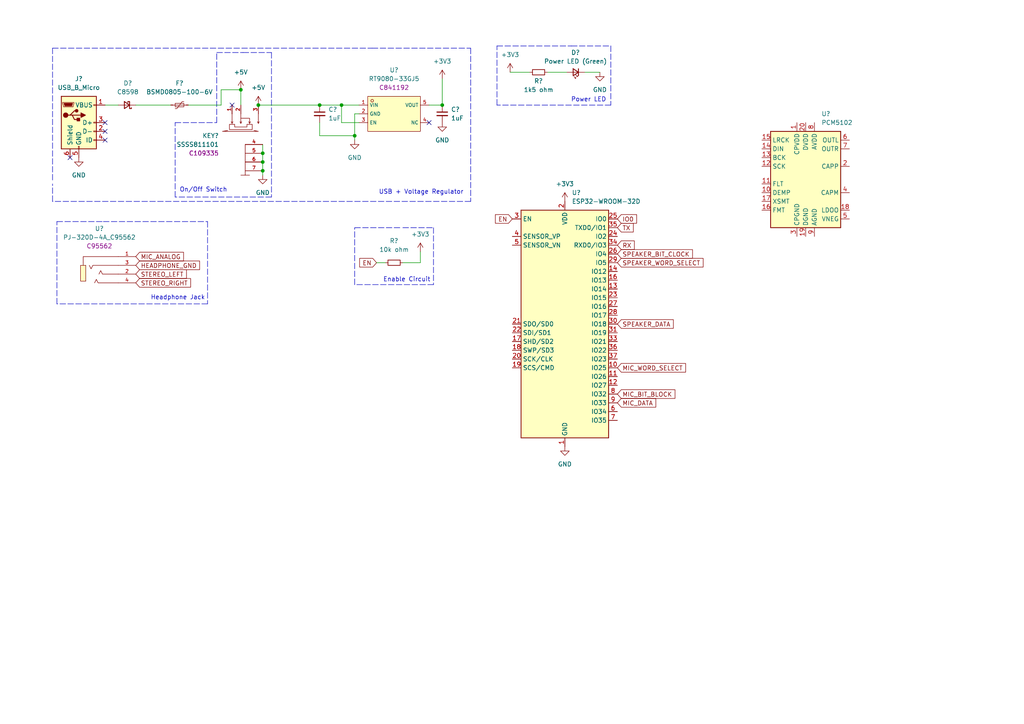
<source format=kicad_sch>
(kicad_sch (version 20211123) (generator eeschema)
  (paper "A4")
  (lib_symbols
    (symbol "Audio:PCM5102"
      (property "Reference" "U" (at -10.16 13.97 0))
      (property "Value" "PCM5102" (at 3.81 13.97 0))
      (symbol "PCM5102_0_1"
        (rectangle (start -10.16 12.7) (end 10.16 -15.24) (stroke (width 0.254)) (fill (type background)))
      )
      (symbol "PCM5102_1_1"
        (pin passive line (at -2.54 15.24 270) (length 2.54) (name "CPVDD") (number "1"))
        (pin input line (at -12.7 -5.08 0) (length 2.54) (name "DEMP") (number "10"))
        (pin input line (at -12.7 -2.54 0) (length 2.54) (name "FLT") (number "11"))
        (pin input line (at -12.7 2.54 0) (length 2.54) (name "SCK") (number "12"))
        (pin input line (at -12.7 5.08 0) (length 2.54) (name "BCK") (number "13"))
        (pin input line (at -12.7 7.62 0) (length 2.54) (name "DIN") (number "14"))
        (pin input line (at -12.7 10.16 0) (length 2.54) (name "LRCK") (number "15"))
        (pin input line (at -12.7 -10.16 0) (length 2.54) (name "FMT") (number "16"))
        (pin input line (at -12.7 -7.62 0) (length 2.54) (name "XSMT") (number "17"))
        (pin passive line (at 12.7 -10.16 180) (length 2.54) (name "LDOO") (number "18"))
        (pin power_in line (at 0 -17.78 90) (length 2.54) (name "DGND") (number "19"))
        (pin passive line (at 12.7 2.54 180) (length 2.54) (name "CAPP") (number "2"))
        (pin power_in line (at 0 15.24 270) (length 2.54) (name "DVDD") (number "20"))
        (pin power_in line (at -2.54 -17.78 90) (length 2.54) (name "CPGND") (number "3"))
        (pin passive line (at 12.7 -5.08 180) (length 2.54) (name "CAPM") (number "4"))
        (pin passive line (at 12.7 -12.7 180) (length 2.54) (name "VNEG") (number "5"))
        (pin output line (at 12.7 10.16 180) (length 2.54) (name "OUTL") (number "6"))
        (pin output line (at 12.7 7.62 180) (length 2.54) (name "OUTR") (number "7"))
        (pin power_in line (at 2.54 15.24 270) (length 2.54) (name "AVDD") (number "8"))
        (pin power_in line (at 2.54 -17.78 90) (length 2.54) (name "AGND") (number "9"))
      )
    )
    (symbol "Connector:USB_B_Micro" (pin_names (offset 1.016))
      (property "Reference" "J" (at -5.08 11.43 0))
      (property "Value" "USB_B_Micro" (at -5.08 8.89 0))
      (symbol "USB_B_Micro_0_1"
        (rectangle (start -5.08 -7.62) (end 5.08 7.62) (stroke (width 0.254)) (fill (type background)))
        (circle (center -3.81 2.159) (radius 0.635) (stroke (width 0.254)) (fill (type outline)))
        (circle (center -0.635 3.429) (radius 0.381) (stroke (width 0.254)) (fill (type outline)))
        (rectangle (start -0.127 -7.62) (end 0.127 -6.858))
        (polyline (pts (xy -1.905 2.159) (xy 0.635 2.159)) (stroke (width 0.254)))
        (polyline (pts (xy -3.175 2.159) (xy -2.54 2.159) (xy -1.27 3.429) (xy -0.635 3.429)) (stroke (width 0.254)))
        (polyline (pts (xy -2.54 2.159) (xy -1.905 2.159) (xy -1.27 0.889) (xy 0 0.889)) (stroke (width 0.254)))
        (polyline (pts (xy 0.635 2.794) (xy 0.635 1.524) (xy 1.905 2.159) (xy 0.635 2.794)) (stroke (width 0.254)) (fill (type outline)))
        (polyline (pts (xy -4.318 5.588) (xy -1.778 5.588) (xy -2.032 4.826) (xy -4.064 4.826) (xy -4.318 5.588)) (fill (type outline)))
        (polyline (pts (xy -4.699 5.842) (xy -4.699 5.588) (xy -4.445 4.826) (xy -4.445 4.572) (xy -1.651 4.572) (xy -1.651 4.826) (xy -1.397 5.588) (xy -1.397 5.842) (xy -4.699 5.842)))
        (rectangle (start 0.254 1.27) (end -0.508 0.508) (stroke (width 0.254)) (fill (type outline)))
        (rectangle (start 5.08 -5.207) (end 4.318 -4.953))
        (rectangle (start 5.08 -2.667) (end 4.318 -2.413))
        (rectangle (start 5.08 -0.127) (end 4.318 0.127))
        (rectangle (start 5.08 4.953) (end 4.318 5.207))
      )
      (symbol "USB_B_Micro_1_1"
        (pin power_out line (at 7.62 5.08 180) (length 2.54) (name "VBUS") (number "1"))
        (pin bidirectional line (at 7.62 -2.54 180) (length 2.54) (name "D-") (number "2"))
        (pin bidirectional line (at 7.62 0 180) (length 2.54) (name "D+") (number "3"))
        (pin passive line (at 7.62 -5.08 180) (length 2.54) (name "ID") (number "4"))
        (pin power_out line (at 0 -10.16 90) (length 2.54) (name "GND") (number "5"))
        (pin passive line (at -2.54 -10.16 90) (length 2.54) (name "Shield") (number "6"))
      )
    )
    (symbol "Device:C_Small" (pin_numbers hide) (pin_names (offset 0.254) hide)
      (property "Reference" "C" (at 0.254 1.778 0))
      (property "Value" "C_Small" (at 0.254 -2.032 0))
      (symbol "C_Small_0_1"
        (polyline (pts (xy -1.524 -0.508) (xy 1.524 -0.508)) (stroke (width 0.3302)))
        (polyline (pts (xy -1.524 0.508) (xy 1.524 0.508)) (stroke (width 0.3048)))
      )
      (symbol "C_Small_1_1"
        (pin passive line (at 0 2.54 270) (length 2.032) (name "~") (number "1"))
        (pin passive line (at 0 -2.54 90) (length 2.032) (name "~") (number "2"))
      )
    )
    (symbol "Device:D_Schottky_Small" (pin_numbers hide) (pin_names (offset 0.254) hide)
      (property "Reference" "D" (at -1.27 2.032 0))
      (property "Value" "D_Schottky_Small" (at -7.112 -2.032 0))
      (symbol "D_Schottky_Small_0_1"
        (polyline (pts (xy -0.762 0) (xy 0.762 0)))
        (polyline (pts (xy 0.762 -1.016) (xy -0.762 0) (xy 0.762 1.016) (xy 0.762 -1.016)) (stroke (width 0.254)))
        (polyline (pts (xy -1.27 0.762) (xy -1.27 1.016) (xy -0.762 1.016) (xy -0.762 -1.016) (xy -0.254 -1.016) (xy -0.254 -0.762)) (stroke (width 0.254)))
      )
      (symbol "D_Schottky_Small_1_1"
        (pin passive line (at -2.54 0 0) (length 1.778) (name "K") (number "1"))
        (pin passive line (at 2.54 0 180) (length 1.778) (name "A") (number "2"))
      )
    )
    (symbol "Device:LED_Small" (pin_numbers hide) (pin_names (offset 0.254) hide)
      (property "Reference" "D" (at -1.27 3.175 0))
      (property "Value" "LED_Small" (at -4.445 -2.54 0))
      (symbol "LED_Small_0_1"
        (polyline (pts (xy -0.762 -1.016) (xy -0.762 1.016)) (stroke (width 0.254)))
        (polyline (pts (xy 1.016 0) (xy -0.762 0)))
        (polyline (pts (xy 0.762 -1.016) (xy -0.762 0) (xy 0.762 1.016) (xy 0.762 -1.016)) (stroke (width 0.254)))
        (polyline (pts (xy 0 0.762) (xy -0.508 1.27) (xy -0.254 1.27) (xy -0.508 1.27) (xy -0.508 1.016)))
        (polyline (pts (xy 0.508 1.27) (xy 0 1.778) (xy 0.254 1.778) (xy 0 1.778) (xy 0 1.524)))
      )
      (symbol "LED_Small_1_1"
        (pin passive line (at -2.54 0 0) (length 1.778) (name "K") (number "1"))
        (pin passive line (at 2.54 0 180) (length 1.778) (name "A") (number "2"))
      )
    )
    (symbol "Device:Polyfuse_Small" (pin_numbers hide) (pin_names (offset 0))
      (property "Reference" "F" (at -1.905 0 90))
      (property "Value" "Polyfuse_Small" (at 1.905 0 90))
      (symbol "Polyfuse_Small_0_1"
        (rectangle (start -0.508 1.27) (end 0.508 -1.27))
        (polyline (pts (xy 0 2.54) (xy 0 -2.54)))
        (polyline (pts (xy -1.016 1.27) (xy -1.016 0.762) (xy 1.016 -0.762) (xy 1.016 -1.27)))
      )
      (symbol "Polyfuse_Small_1_1"
        (pin passive line (at 0 2.54 270) (length 0.635) (name "~") (number "1"))
        (pin passive line (at 0 -2.54 90) (length 0.635) (name "~") (number "2"))
      )
    )
    (symbol "Device:R_Small" (pin_numbers hide) (pin_names (offset 0.254) hide)
      (property "Reference" "R" (at 0.762 0.508 0))
      (property "Value" "R_Small" (at 0.762 -1.016 0))
      (symbol "R_Small_0_1"
        (rectangle (start -0.762 1.778) (end 0.762 -1.778) (stroke (width 0.2032)))
      )
      (symbol "R_Small_1_1"
        (pin passive line (at 0 2.54 270) (length 0.762) (name "~") (number "1"))
        (pin passive line (at 0 -2.54 90) (length 0.762) (name "~") (number "2"))
      )
    )
    (symbol "RF_Module:ESP32-WROOM-32D"
      (property "Reference" "U" (at -12.7 34.29 0))
      (property "Value" "ESP32-WROOM-32D" (at 1.27 34.29 0))
      (symbol "ESP32-WROOM-32D_0_1"
        (rectangle (start -12.7 33.02) (end 12.7 -33.02) (stroke (width 0.254)) (fill (type background)))
      )
      (symbol "ESP32-WROOM-32D_1_1"
        (pin power_in line (at 0 -35.56 90) (length 2.54) (name "GND") (number "1"))
        (pin bidirectional line (at 15.24 -12.7 180) (length 2.54) (name "IO25") (number "10"))
        (pin bidirectional line (at 15.24 -15.24 180) (length 2.54) (name "IO26") (number "11"))
        (pin bidirectional line (at 15.24 -17.78 180) (length 2.54) (name "IO27") (number "12"))
        (pin bidirectional line (at 15.24 10.16 180) (length 2.54) (name "IO14") (number "13"))
        (pin bidirectional line (at 15.24 15.24 180) (length 2.54) (name "IO12") (number "14"))
        (pin passive line (at 0 -35.56 90) (length 2.54) hide (name "GND") (number "15"))
        (pin bidirectional line (at 15.24 12.7 180) (length 2.54) (name "IO13") (number "16"))
        (pin bidirectional line (at -15.24 -5.08 0) (length 2.54) (name "SHD/SD2") (number "17"))
        (pin bidirectional line (at -15.24 -7.62 0) (length 2.54) (name "SWP/SD3") (number "18"))
        (pin bidirectional line (at -15.24 -12.7 0) (length 2.54) (name "SCS/CMD") (number "19"))
        (pin power_in line (at 0 35.56 270) (length 2.54) (name "VDD") (number "2"))
        (pin bidirectional line (at -15.24 -10.16 0) (length 2.54) (name "SCK/CLK") (number "20"))
        (pin bidirectional line (at -15.24 0 0) (length 2.54) (name "SDO/SD0") (number "21"))
        (pin bidirectional line (at -15.24 -2.54 0) (length 2.54) (name "SDI/SD1") (number "22"))
        (pin bidirectional line (at 15.24 7.62 180) (length 2.54) (name "IO15") (number "23"))
        (pin bidirectional line (at 15.24 25.4 180) (length 2.54) (name "IO2") (number "24"))
        (pin bidirectional line (at 15.24 30.48 180) (length 2.54) (name "IO0") (number "25"))
        (pin bidirectional line (at 15.24 20.32 180) (length 2.54) (name "IO4") (number "26"))
        (pin bidirectional line (at 15.24 5.08 180) (length 2.54) (name "IO16") (number "27"))
        (pin bidirectional line (at 15.24 2.54 180) (length 2.54) (name "IO17") (number "28"))
        (pin bidirectional line (at 15.24 17.78 180) (length 2.54) (name "IO5") (number "29"))
        (pin input line (at -15.24 30.48 0) (length 2.54) (name "EN") (number "3"))
        (pin bidirectional line (at 15.24 0 180) (length 2.54) (name "IO18") (number "30"))
        (pin bidirectional line (at 15.24 -2.54 180) (length 2.54) (name "IO19") (number "31"))
        (pin no_connect line (at -12.7 -27.94 0) (length 2.54) hide (name "NC") (number "32"))
        (pin bidirectional line (at 15.24 -5.08 180) (length 2.54) (name "IO21") (number "33"))
        (pin bidirectional line (at 15.24 22.86 180) (length 2.54) (name "RXD0/IO3") (number "34"))
        (pin bidirectional line (at 15.24 27.94 180) (length 2.54) (name "TXD0/IO1") (number "35"))
        (pin bidirectional line (at 15.24 -7.62 180) (length 2.54) (name "IO22") (number "36"))
        (pin bidirectional line (at 15.24 -10.16 180) (length 2.54) (name "IO23") (number "37"))
        (pin passive line (at 0 -35.56 90) (length 2.54) hide (name "GND") (number "38"))
        (pin passive line (at 0 -35.56 90) (length 2.54) hide (name "GND") (number "39"))
        (pin input line (at -15.24 25.4 0) (length 2.54) (name "SENSOR_VP") (number "4"))
        (pin input line (at -15.24 22.86 0) (length 2.54) (name "SENSOR_VN") (number "5"))
        (pin input line (at 15.24 -25.4 180) (length 2.54) (name "IO34") (number "6"))
        (pin input line (at 15.24 -27.94 180) (length 2.54) (name "IO35") (number "7"))
        (pin bidirectional line (at 15.24 -20.32 180) (length 2.54) (name "IO32") (number "8"))
        (pin bidirectional line (at 15.24 -22.86 180) (length 2.54) (name "IO33") (number "9"))
      )
    )
    (symbol "pj-320d-4a:PJ-320D-4A_C95562" (pin_names hide)
      (property "Reference" "U" (at 0 1.27 0))
      (property "Value" "PJ-320D-4A_C95562" (at 0 -2.54 0))
      (property "LCSC" "C95562" (at 0 0 0))
      (symbol "PJ-320D-4A_C95562_0_0"
        (rectangle (start -5.842 -20.32) (end -4.318 -24.892) (fill (type background)))
        (polyline (pts (xy 5.08 -17.78) (xy -5.08 -17.78) (xy -5.08 -20.32)))
        (polyline (pts (xy 5.08 -25.4) (xy -0.762 -25.4) (xy -1.27 -24.384) (xy -1.778 -25.4)))
        (polyline (pts (xy 5.08 -22.86) (xy 0.508 -22.86) (xy 0 -21.844) (xy -0.508 -22.86)))
        (polyline (pts (xy 5.08 -20.32) (xy -2.286 -20.32) (xy -2.794 -21.336) (xy -3.302 -20.32)))
        (pin unspecified line (at 10.16 -17.78 180) (length 5.08) (name "1") (number "1"))
        (pin unspecified line (at 10.16 -22.86 180) (length 5.08) (name "2") (number "2"))
        (pin unspecified line (at 10.16 -20.32 180) (length 5.08) (name "3") (number "3"))
        (pin unspecified line (at 10.16 -25.4 180) (length 5.08) (name "4") (number "4"))
      )
    )
    (symbol "power:+3.3V" (power) (pin_names (offset 0))
      (property "Value" "+3.3V" (at 0 3.556 0))
      (symbol "+3.3V_0_1"
        (polyline (pts (xy -0.762 1.27) (xy 0 2.54)))
        (polyline (pts (xy 0 0) (xy 0 2.54)))
        (polyline (pts (xy 0 2.54) (xy 0.762 1.27)))
      )
      (symbol "+3.3V_1_1"
        (pin power_in line (at 0 0 90) (length 0) hide (name "+3V3") (number "1"))
      )
    )
    (symbol "power:+5V" (power) (pin_names (offset 0))
      (property "Value" "+5V" (at 0 3.556 0))
      (symbol "+5V_0_1"
        (polyline (pts (xy -0.762 1.27) (xy 0 2.54)))
        (polyline (pts (xy 0 0) (xy 0 2.54)))
        (polyline (pts (xy 0 2.54) (xy 0.762 1.27)))
      )
      (symbol "+5V_1_1"
        (pin power_in line (at 0 0 90) (length 0) hide (name "+5V") (number "1"))
      )
    )
    (symbol "power:GND" (power) (pin_names (offset 0))
      (property "Value" "GND" (at 0 -3.81 0))
      (symbol "GND_0_1"
        (polyline (pts (xy 0 0) (xy 0 -1.27) (xy 1.27 -1.27) (xy 0 -2.54) (xy -1.27 -1.27) (xy 0 -1.27)))
      )
      (symbol "GND_1_1"
        (pin power_in line (at 0 0 270) (length 0) hide (name "GND") (number "1"))
      )
    )
    (symbol "rt9080-33gj5:RT9080-33GJ5"
      (property "Reference" "U" (at 0 1.27 0))
      (property "Value" "RT9080-33GJ5" (at 0 -2.54 0))
      (property "LCSC" "C841192" (at 0 0 0))
      (symbol "RT9080-33GJ5_0_0"
        (rectangle (start -7.62 -7.62) (end 7.62 -17.78) (fill (type background)))
        (circle (center -6.35 -8.89) (radius 0.381) (fill (type background)))
        (pin unspecified line (at -10.16 -10.16 0) (length 2.54) (name "VIN") (number "1"))
        (pin unspecified line (at -10.16 -12.7 0) (length 2.54) (name "GND") (number "2"))
        (pin unspecified line (at -10.16 -15.24 0) (length 2.54) (name "EN") (number "3"))
        (pin unspecified line (at 10.16 -15.24 180) (length 2.54) (name "NC") (number "4"))
        (pin unspecified line (at 10.16 -10.16 180) (length 2.54) (name "VOUT") (number "5"))
      )
    )
    (symbol "ssss811101:SSSS811101" (pin_names hide)
      (property "Reference" "KEY" (at 0 1.27 0))
      (property "Value" "SSSS811101" (at 0 -2.54 0))
      (property "LCSC" "C109335" (at 0 0 0))
      (symbol "SSSS811101_0_0"
        (polyline (pts (xy -3.81 -11.684) (xy -4.064 -11.176)))
        (polyline (pts (xy -3.81 -11.684) (xy -3.556 -11.176)))
        (polyline (pts (xy -3.81 -8.89) (xy -3.81 -11.43)))
        (polyline (pts (xy -1.27 -26.67) (xy 1.27 -26.67)))
        (polyline (pts (xy -1.27 -11.684) (xy -1.524 -11.176)))
        (polyline (pts (xy -1.27 -11.684) (xy -1.016 -11.176)))
        (polyline (pts (xy -1.27 -8.89) (xy -1.27 -11.43)))
        (polyline (pts (xy 0 -17.78) (xy 0 -26.67)))
        (polyline (pts (xy 1.27 -11.684) (xy 1.016 -11.176)))
        (polyline (pts (xy 1.27 -11.684) (xy 1.524 -11.176)))
        (polyline (pts (xy 3.81 -11.684) (xy 3.556 -11.176)))
        (polyline (pts (xy 3.81 -11.684) (xy 4.064 -11.176)))
        (polyline (pts (xy 3.81 -8.89) (xy 3.81 -11.43)))
        (polyline (pts (xy -1.27 -10.16) (xy 1.27 -10.16) (xy 1.27 -11.43)))
        (polyline (pts (xy 2.54 -13.716) (xy 3.81 -13.97) (xy -6.604 -13.97) (xy -5.08 -13.716)))
        (polyline (pts (xy 2.032 -11.938) (xy 2.032 -13.462) (xy -4.572 -13.462) (xy -4.572 -11.938) (xy -3.048 -11.938) (xy -3.048 -12.7) (xy 0.508 -12.7) (xy 0.508 -11.938) (xy 2.032 -11.938)))
        (pin unspecified line (at -3.81 -6.35 270) (length 2.54) (name "1") (number "1"))
        (pin unspecified line (at -1.27 -6.35 270) (length 2.54) (name "2") (number "2"))
        (pin unspecified line (at 3.81 -6.35 270) (length 2.54) (name "3") (number "3"))
        (pin unspecified line (at 5.08 -17.78 180) (length 5.08) (name "4") (number "4"))
        (pin unspecified line (at 5.08 -20.32 180) (length 5.08) (name "5") (number "5"))
        (pin unspecified line (at 5.08 -22.86 180) (length 5.08) (name "6") (number "6"))
        (pin unspecified line (at 5.08 -25.4 180) (length 5.08) (name "7") (number "7"))
      )
    )
  )
  (junction (at 92.71 30.48))
  (junction (at 76.2 46.99))
  (junction (at 74.93 30.48))
  (junction (at 76.2 44.45))
  (junction (at 69.85 26.035))
  (junction (at 76.2 49.53))
  (junction (at 99.06 30.48))
  (junction (at 102.87 39.37))
  (junction (at 128.27 30.48))
  (no_connect (at 124.46 35.56))
  (no_connect (at 67.31 30.48))
  (no_connect (at 30.48 40.64))
  (no_connect (at 20.32 45.72))
  (no_connect (at 30.48 38.1))
  (no_connect (at 30.48 35.56))
  (wire (pts (xy 76.2 41.91) (xy 76.2 44.45)))
  (wire (pts (xy 102.87 33.02) (xy 102.87 39.37)))
  (polyline (pts (xy 62.865 35.56) (xy 62.865 15.24)))
  (polyline (pts (xy 136.525 58.42) (xy 15.24 58.42)))
  (wire (pts (xy 121.92 76.2) (xy 121.92 73.025)))
  (wire (pts (xy 76.2 49.53) (xy 76.2 50.8)))
  (polyline (pts (xy 107.95 13.97) (xy 136.525 13.97)))
  (wire (pts (xy 76.2 46.99) (xy 76.2 49.53)))
  (wire (pts (xy 99.06 30.48) (xy 99.06 35.56)))
  (wire (pts (xy 76.2 44.45) (xy 76.2 46.99)))
  (polyline (pts (xy 136.525 13.97) (xy 136.525 58.42)))
  (polyline (pts (xy 144.145 30.48) (xy 144.145 13.335)))
  (wire (pts (xy 92.71 35.56) (xy 92.71 39.37)))
  (polyline (pts (xy 60.96 13.97) (xy 107.95 13.97)))
  (wire (pts (xy 74.93 30.48) (xy 92.71 30.48)))
  (polyline (pts (xy 50.8 57.15) (xy 50.8 35.56)))
  (polyline (pts (xy 15.24 58.42) (xy 15.24 53.34)))
  (wire (pts (xy 64.135 30.48) (xy 64.135 26.035)))
  (wire (pts (xy 147.955 20.955) (xy 153.67 20.955)))
  (polyline (pts (xy 16.51 64.262) (xy 29.972 64.262)))
  (wire (pts (xy 169.545 20.955) (xy 173.99 20.955)))
  (wire (pts (xy 102.87 39.37) (xy 102.87 40.64)))
  (polyline (pts (xy 102.87 82.55) (xy 102.87 66.04)))
  (wire (pts (xy 109.22 76.2) (xy 111.76 76.2)))
  (polyline (pts (xy 125.73 82.55) (xy 102.87 82.55)))
  (polyline (pts (xy 62.865 15.24) (xy 70.485 15.24)))
  (wire (pts (xy 99.06 35.56) (xy 104.14 35.56)))
  (wire (pts (xy 104.14 33.02) (xy 102.87 33.02)))
  (wire (pts (xy 92.71 30.48) (xy 99.06 30.48)))
  (wire (pts (xy 54.61 30.48) (xy 64.135 30.48)))
  (wire (pts (xy 30.48 30.48) (xy 34.29 30.48)))
  (polyline (pts (xy 177.165 13.335) (xy 177.165 30.48)))
  (polyline (pts (xy 50.8 35.56) (xy 62.865 35.56)))
  (polyline (pts (xy 102.87 66.04) (xy 116.205 66.04)))
  (wire (pts (xy 116.84 76.2) (xy 121.92 76.2)))
  (wire (pts (xy 39.37 30.48) (xy 49.53 30.48)))
  (wire (pts (xy 124.46 30.48) (xy 128.27 30.48)))
  (polyline (pts (xy 15.24 13.97) (xy 15.24 52.705)))
  (wire (pts (xy 158.75 20.955) (xy 164.465 20.955)))
  (wire (pts (xy 99.06 30.48) (xy 104.14 30.48)))
  (polyline (pts (xy 165.735 13.335) (xy 177.165 13.335)))
  (polyline (pts (xy 70.485 15.24) (xy 78.74 15.24)))
  (polyline (pts (xy 29.972 64.262) (xy 60.198 64.262)))
  (polyline (pts (xy 60.198 88.138) (xy 16.51 88.138)))
  (polyline (pts (xy 16.51 88.138) (xy 16.51 64.262)))
  (polyline (pts (xy 78.74 57.15) (xy 50.8 57.15)))
  (polyline (pts (xy 177.165 30.48) (xy 144.145 30.48)))
  (wire (pts (xy 69.85 26.035) (xy 69.85 30.48)))
  (polyline (pts (xy 116.84 66.04) (xy 125.73 66.04)))
  (polyline (pts (xy 125.73 66.04) (xy 125.73 82.55)))
  (polyline (pts (xy 144.145 13.335) (xy 165.735 13.335)))
  (polyline (pts (xy 60.198 64.262) (xy 60.198 88.138)))
  (polyline (pts (xy 78.74 15.24) (xy 78.74 57.15)))
  (polyline (pts (xy 15.24 13.97) (xy 60.96 13.97)))
  (wire (pts (xy 64.135 26.035) (xy 69.85 26.035)))
  (wire (pts (xy 92.71 39.37) (xy 102.87 39.37)))
  (wire (pts (xy 128.27 22.86) (xy 128.27 30.48)))
  (text "Headphone Jack" (at 43.688 87.122 0) (effects (font (size 1.27 1.27)) (justify left bottom)))
  (text "Power LED" (at 165.608 29.718 0) (effects (font (size 1.27 1.27)) (justify left bottom)))
  (text "On/Off Switch" (at 52.07 55.88 0) (effects (font (size 1.27 1.27)) (justify left bottom)))
  (text "USB + Voltage Regulator" (at 109.855 56.515 0) (effects (font (size 1.27 1.27)) (justify left bottom)))
  (text "Enable Circuit" (at 111.125 81.915 0) (effects (font (size 1.27 1.27)) (justify left bottom)))
  (global_label "SPEAKER_WORD_SELECT" (shape input) (at 179.07 76.2 0) (property "Intersheet References" "${INTERSHEET_REFS}" (effects hide)))
  (global_label "IO0" (shape input) (at 179.07 63.5 0) (property "Intersheet References" "${INTERSHEET_REFS}" (effects hide)))
  (global_label "MIC_WORD_SELECT" (shape input) (at 179.07 106.68 0) (property "Intersheet References" "${INTERSHEET_REFS}" (effects hide)))
  (global_label "SPEAKER_BIT_CLOCK" (shape input) (at 179.07 73.66 0) (property "Intersheet References" "${INTERSHEET_REFS}" (effects hide)))
  (global_label "HEADPHONE_GND" (shape input) (at 39.37 76.962 0) (property "Intersheet References" "${INTERSHEET_REFS}" (effects hide)))
  (global_label "STEREO_LEFT" (shape input) (at 39.37 79.502 0) (property "Intersheet References" "${INTERSHEET_REFS}" (effects hide)))
  (global_label "SPEAKER_DATA" (shape input) (at 179.07 93.98 0) (property "Intersheet References" "${INTERSHEET_REFS}" (effects hide)))
  (global_label "MIC_ANALOG" (shape input) (at 39.37 74.422 0) (property "Intersheet References" "${INTERSHEET_REFS}" (effects hide)))
  (global_label "MIC_BIT_BLOCK" (shape input) (at 179.07 114.3 0) (property "Intersheet References" "${INTERSHEET_REFS}" (effects hide)))
  (global_label "EN" (shape input) (at 148.59 63.5 180) (property "Intersheet References" "${INTERSHEET_REFS}" (effects hide)))
  (global_label "EN" (shape input) (at 109.22 76.2 180) (property "Intersheet References" "${INTERSHEET_REFS}" (effects hide)))
  (global_label "RX" (shape input) (at 179.07 71.12 0) (property "Intersheet References" "${INTERSHEET_REFS}" (effects hide)))
  (global_label "MIC_DATA" (shape input) (at 179.07 116.84 0) (property "Intersheet References" "${INTERSHEET_REFS}" (effects hide)))
  (global_label "STEREO_RIGHT" (shape input) (at 39.37 82.042 0) (property "Intersheet References" "${INTERSHEET_REFS}" (effects hide)))
  (global_label "TX" (shape input) (at 179.07 66.04 0) (property "Intersheet References" "${INTERSHEET_REFS}" (effects hide)))
  (symbol (lib_id "Device:R_Small") (at 114.3 76.2 90) (unit 1)
    (property "Reference" "R?" (at 114.3 69.85 90))
    (property "Value" "10k ohm" (at 114.3 72.39 90))
  )
  (symbol (lib_id "power:+5V") (at 69.85 26.035 0) (unit 1)
    (property "Reference" "#PWR?" (effects hide))
    (property "Value" "+5V" (at 69.85 20.955 0))
  )
  (symbol (lib_id "power:GND") (at 128.27 35.56 0) (unit 1)
    (property "Reference" "#PWR?" (effects hide))
    (property "Value" "GND" (at 128.27 40.64 0))
  )
  (symbol (lib_id "power:GND") (at 22.86 45.72 0) (unit 1)
    (property "Reference" "#PWR?" (effects hide))
    (property "Value" "GND" (at 22.86 50.8 0))
  )
  (symbol (lib_id "Device:Polyfuse_Small") (at 52.07 30.48 90) (unit 1)
    (property "Reference" "F?" (at 52.07 24.13 90))
    (property "Value" "BSMD0805-100-6V" (at 52.07 26.67 90))
  )
  (symbol (lib_id "power:GND") (at 76.2 50.8 0) (unit 1)
    (property "Reference" "#PWR?" (effects hide))
    (property "Value" "GND" (at 76.2 55.88 0))
  )
  (symbol (lib_id "Device:C_Small") (at 92.71 33.02 0) (unit 1)
    (property "Reference" "C?" (at 95.25 31.7562 0) (effects (justify left)))
    (property "Value" "1uF" (at 95.25 34.2962 0) (effects (justify left)))
  )
  (symbol (lib_id "power:+3.3V") (at 147.955 20.955 0) (unit 1)
    (property "Reference" "#PWR?" (effects hide))
    (property "Value" "+3.3V" (at 147.955 15.875 0))
  )
  (symbol (lib_id "ssss811101:SSSS811101") (at 71.12 24.13 0) (unit 1)
    (property "Reference" "KEY?" (at 63.5 39.3699 0) (effects (justify right)))
    (property "Value" "SSSS811101" (at 63.5 41.9099 0) (effects (justify right)))
    (property "Footprint" "footprint:SW-SMD_SSSS811101" (effects hide))
    (property "Datasheet" "https://item.szlcsc.com/110556.html" (effects hide))
    (property "LCSC" "C109335" (at 63.5 44.4499 0) (effects (justify right)))
  )
  (symbol (lib_id "power:+3.3V") (at 121.92 73.025 0) (unit 1)
    (property "Reference" "#PWR?" (effects hide))
    (property "Value" "+3.3V" (at 121.92 67.945 0))
  )
  (symbol (lib_id "power:GND") (at 163.83 129.54 0) (unit 1)
    (property "Reference" "#PWR?" (effects hide))
    (property "Value" "GND" (at 163.83 134.62 0))
  )
  (symbol (lib_id "Device:D_Schottky_Small") (at 36.83 30.48 180) (unit 1)
    (property "Reference" "D?" (at 37.084 24.13 0))
    (property "Value" "C8598" (at 37.084 26.67 0))
  )
  (symbol (lib_id "pj-320d-4a:PJ-320D-4A_C95562") (at 29.21 56.642 0) (unit 1)
    (property "Reference" "U?" (at 28.829 66.294 0))
    (property "Value" "PJ-320D-4A_C95562" (at 28.829 68.834 0))
    (property "Footprint" "footprint:AUDIO-SMD_PJ-320D-4A" (effects hide))
    (property "Datasheet" "https://atta.szlcsc.com/upload/public/pdf/source/20191118/C95562_44BBA17C3716211451436BE670A801EE.pdf" (effects hide))
    (property "LCSC" "C95562" (at 28.829 71.374 0))
  )
  (symbol (lib_id "power:+5V") (at 74.93 30.48 0) (unit 1)
    (property "Reference" "#PWR?" (effects hide))
    (property "Value" "+5V" (at 74.93 25.4 0))
  )
  (symbol (lib_id "Connector:USB_B_Micro") (at 22.86 35.56 0) (unit 1)
    (property "Reference" "J?" (at 22.86 22.86 0))
    (property "Value" "USB_B_Micro" (at 22.86 25.4 0))
  )
  (symbol (lib_id "Device:C_Small") (at 128.27 33.02 0) (unit 1)
    (property "Reference" "C?" (at 130.81 31.7562 0) (effects (justify left)))
    (property "Value" "1uF" (at 130.81 34.2962 0) (effects (justify left)))
  )
  (symbol (lib_id "power:GND") (at 102.87 40.64 0) (unit 1)
    (property "Reference" "#PWR?" (effects hide))
    (property "Value" "GND" (at 102.87 45.72 0))
  )
  (symbol (lib_id "rt9080-33gj5:RT9080-33GJ5") (at 114.3 20.32 0) (unit 1)
    (property "Reference" "U?" (at 114.3 20.32 0))
    (property "Value" "RT9080-33GJ5" (at 114.3 22.86 0))
    (property "Footprint" "footprint:TSOT-23-5_L2.9-W1.6-P0.95-LS2.8-BL" (effects hide))
    (property "Datasheet" "https://item.szlcsc.com/233411.html" (effects hide))
    (property "LCSC" "C841192" (at 114.3 25.4 0))
  )
  (symbol (lib_id "Audio:PCM5102") (at 233.68 50.8 0) (unit 1)
    (property "Reference" "U?" (at 238.2394 33.02 0) (effects (justify left)))
    (property "Value" "PCM5102" (at 238.2394 35.56 0) (effects (justify left)))
    (property "Footprint" "Package_SO:TSSOP-20_4.4x6.5mm_P0.65mm" (effects hide))
    (property "Datasheet" "http://www.ti.com/lit/ds/symlink/pcm5102.pdf" (effects hide))
  )
  (symbol (lib_id "power:+3.3V") (at 128.27 22.86 0) (unit 1)
    (property "Reference" "#PWR?" (effects hide))
    (property "Value" "+3.3V" (at 128.27 17.78 0))
  )
  (symbol (lib_id "Device:R_Small") (at 156.21 20.955 270) (unit 1)
    (property "Reference" "R?" (at 156.21 23.495 90))
    (property "Value" "1k5 ohm" (at 156.21 26.035 90))
  )
  (symbol (lib_id "Device:LED_Small") (at 167.005 20.955 180) (unit 1)
    (property "Reference" "D?" (at 166.9415 15.24 0))
    (property "Value" "Power LED (Green)" (at 166.9415 17.78 0))
  )
  (symbol (lib_id "power:GND") (at 173.99 20.955 0) (unit 1)
    (property "Reference" "#PWR?" (effects hide))
    (property "Value" "GND" (at 173.99 26.035 0))
  )
  (symbol (lib_id "RF_Module:ESP32-WROOM-32D") (at 163.83 93.98 0) (unit 1)
    (property "Reference" "U?" (at 165.8494 55.88 0) (effects (justify left)))
    (property "Value" "ESP32-WROOM-32D" (at 165.8494 58.42 0) (effects (justify left)))
    (property "Footprint" "RF_Module:ESP32-WROOM-32" (effects hide))
    (property "Datasheet" "https://www.espressif.com/sites/default/files/documentation/esp32-wroom-32d_esp32-wroom-32u_datasheet_en.pdf" (effects hide))
  )
  (symbol (lib_id "power:+3.3V") (at 163.83 58.42 0) (unit 1)
    (property "Reference" "#PWR?" (effects hide))
    (property "Value" "+3.3V" (at 163.83 53.34 0))
  )
)
</source>
